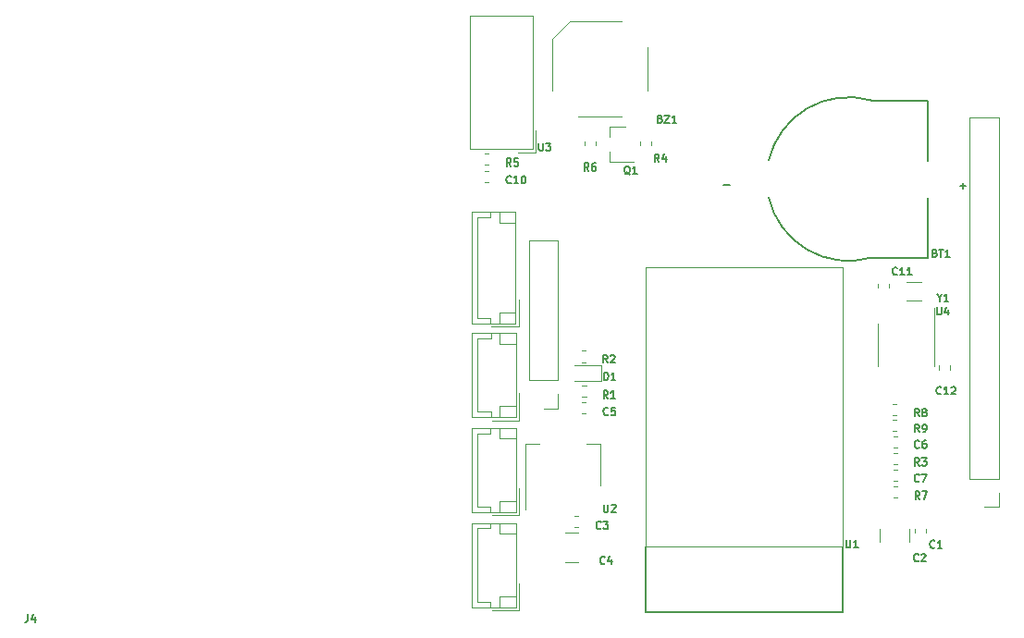
<source format=gbr>
%TF.GenerationSoftware,KiCad,Pcbnew,5.1.6-c6e7f7d~87~ubuntu20.04.1*%
%TF.CreationDate,2021-01-31T19:29:29+07:00*%
%TF.ProjectId,kh-gift-hw,6b682d67-6966-4742-9d68-772e6b696361,rev?*%
%TF.SameCoordinates,Original*%
%TF.FileFunction,Legend,Top*%
%TF.FilePolarity,Positive*%
%FSLAX46Y46*%
G04 Gerber Fmt 4.6, Leading zero omitted, Abs format (unit mm)*
G04 Created by KiCad (PCBNEW 5.1.6-c6e7f7d~87~ubuntu20.04.1) date 2021-01-31 19:29:29*
%MOMM*%
%LPD*%
G01*
G04 APERTURE LIST*
%ADD10C,0.120000*%
%ADD11C,0.150000*%
%ADD12C,0.050000*%
%ADD13C,0.127000*%
G04 APERTURE END LIST*
D10*
%TO.C,J4*%
X118539500Y-160133480D02*
X115879500Y-160133480D01*
X118539500Y-162733480D02*
X117209500Y-162733480D01*
X118539500Y-160133480D02*
X118539500Y-127053480D01*
X118539500Y-127053480D02*
X115879500Y-127053480D01*
X118539500Y-161403480D02*
X118539500Y-162733480D01*
X115879500Y-160133480D02*
X115879500Y-127053480D01*
%TO.C,Y1*%
X110095000Y-143845000D02*
X111445000Y-143845000D01*
X110095000Y-142095000D02*
X111445000Y-142095000D01*
%TO.C,U4*%
X107501740Y-147926920D02*
X107501740Y-149876920D01*
X107501740Y-147926920D02*
X107501740Y-145976920D01*
X112621740Y-147926920D02*
X112621740Y-149876920D01*
X112621740Y-147926920D02*
X112621740Y-144476920D01*
%TO.C,U3*%
X75900000Y-129980000D02*
X70160000Y-129980000D01*
X70150000Y-129980000D02*
X70150000Y-117720000D01*
X70150000Y-117720000D02*
X75910000Y-117720000D01*
X75910000Y-117720000D02*
X75910000Y-129970000D01*
X76190000Y-130260000D02*
X76190000Y-128260000D01*
X76190000Y-130260000D02*
X74580000Y-130260000D01*
%TO.C,U2*%
X82048400Y-156977160D02*
X80788400Y-156977160D01*
X75228400Y-156977160D02*
X76488400Y-156977160D01*
X82048400Y-160737160D02*
X82048400Y-156977160D01*
X75228400Y-162987160D02*
X75228400Y-156977160D01*
D11*
%TO.C,U1*%
X86220300Y-172336460D02*
X104254300Y-172336460D01*
X86220300Y-166367460D02*
X86220300Y-172336460D01*
X104254300Y-166367460D02*
X104254300Y-172336460D01*
D12*
X104237300Y-140782460D02*
X104237300Y-166312460D01*
X104237300Y-166312460D02*
X86237300Y-166312460D01*
X86237300Y-166312460D02*
X86237300Y-140782460D01*
X86237300Y-140782460D02*
X104237300Y-140782460D01*
D10*
%TO.C,SW2*%
X70330000Y-163200000D02*
X74350000Y-163200000D01*
X74350000Y-163200000D02*
X74350000Y-155480000D01*
X74350000Y-155480000D02*
X70330000Y-155480000D01*
X70330000Y-155480000D02*
X70330000Y-163200000D01*
X72040000Y-163200000D02*
X72040000Y-162700000D01*
X72040000Y-162700000D02*
X70830000Y-162700000D01*
X70830000Y-162700000D02*
X70830000Y-155980000D01*
X70830000Y-155980000D02*
X72040000Y-155980000D01*
X72040000Y-155980000D02*
X72040000Y-155480000D01*
X72850000Y-163200000D02*
X72850000Y-162200000D01*
X72850000Y-162200000D02*
X74350000Y-162200000D01*
X72850000Y-155480000D02*
X72850000Y-156480000D01*
X72850000Y-156480000D02*
X74350000Y-156480000D01*
X72150000Y-163500000D02*
X74650000Y-163500000D01*
X74650000Y-163500000D02*
X74650000Y-161000000D01*
%TO.C,SW1*%
X70340000Y-154510000D02*
X74360000Y-154510000D01*
X74360000Y-154510000D02*
X74360000Y-146790000D01*
X74360000Y-146790000D02*
X70340000Y-146790000D01*
X70340000Y-146790000D02*
X70340000Y-154510000D01*
X72050000Y-154510000D02*
X72050000Y-154010000D01*
X72050000Y-154010000D02*
X70840000Y-154010000D01*
X70840000Y-154010000D02*
X70840000Y-147290000D01*
X70840000Y-147290000D02*
X72050000Y-147290000D01*
X72050000Y-147290000D02*
X72050000Y-146790000D01*
X72860000Y-154510000D02*
X72860000Y-153510000D01*
X72860000Y-153510000D02*
X74360000Y-153510000D01*
X72860000Y-146790000D02*
X72860000Y-147790000D01*
X72860000Y-147790000D02*
X74360000Y-147790000D01*
X72160000Y-154810000D02*
X74660000Y-154810000D01*
X74660000Y-154810000D02*
X74660000Y-152310000D01*
%TO.C,R9*%
X109206267Y-155800000D02*
X108863733Y-155800000D01*
X109206267Y-154780000D02*
X108863733Y-154780000D01*
%TO.C,R8*%
X109206267Y-154300000D02*
X108863733Y-154300000D01*
X109206267Y-153280000D02*
X108863733Y-153280000D01*
%TO.C,R7*%
X109226267Y-161880000D02*
X108883733Y-161880000D01*
X109226267Y-160860000D02*
X108883733Y-160860000D01*
%TO.C,R6*%
X81693440Y-129222553D02*
X81693440Y-129565087D01*
X80673440Y-129222553D02*
X80673440Y-129565087D01*
%TO.C,R5*%
X71856267Y-131420000D02*
X71513733Y-131420000D01*
X71856267Y-130400000D02*
X71513733Y-130400000D01*
%TO.C,R4*%
X85682320Y-129617127D02*
X85682320Y-129274593D01*
X86702320Y-129617127D02*
X86702320Y-129274593D01*
%TO.C,R3*%
X109236267Y-158830000D02*
X108893733Y-158830000D01*
X109236267Y-157810000D02*
X108893733Y-157810000D01*
%TO.C,R2*%
X80716267Y-149460000D02*
X80373733Y-149460000D01*
X80716267Y-148440000D02*
X80373733Y-148440000D01*
%TO.C,R1*%
X80766267Y-152630000D02*
X80423733Y-152630000D01*
X80766267Y-151610000D02*
X80423733Y-151610000D01*
%TO.C,Q1*%
X82927880Y-127934600D02*
X82927880Y-128864600D01*
X82927880Y-131094600D02*
X82927880Y-130164600D01*
X82927880Y-131094600D02*
X85087880Y-131094600D01*
X82927880Y-127934600D02*
X84387880Y-127934600D01*
%TO.C,J3*%
X70288840Y-145906640D02*
X74308840Y-145906640D01*
X74308840Y-145906640D02*
X74308840Y-135686640D01*
X74308840Y-135686640D02*
X70288840Y-135686640D01*
X70288840Y-135686640D02*
X70288840Y-145906640D01*
X71998840Y-145906640D02*
X71998840Y-145406640D01*
X71998840Y-145406640D02*
X70788840Y-145406640D01*
X70788840Y-145406640D02*
X70788840Y-136186640D01*
X70788840Y-136186640D02*
X71998840Y-136186640D01*
X71998840Y-136186640D02*
X71998840Y-135686640D01*
X72808840Y-145906640D02*
X72808840Y-144906640D01*
X72808840Y-144906640D02*
X74308840Y-144906640D01*
X72808840Y-135686640D02*
X72808840Y-136686640D01*
X72808840Y-136686640D02*
X74308840Y-136686640D01*
X72108840Y-146206640D02*
X74608840Y-146206640D01*
X74608840Y-146206640D02*
X74608840Y-143706640D01*
%TO.C,J2*%
X78210000Y-138340000D02*
X75550000Y-138340000D01*
X78210000Y-151100000D02*
X78210000Y-138340000D01*
X75550000Y-151100000D02*
X75550000Y-138340000D01*
X78210000Y-151100000D02*
X75550000Y-151100000D01*
X78210000Y-152370000D02*
X78210000Y-153700000D01*
X78210000Y-153700000D02*
X76880000Y-153700000D01*
%TO.C,J1*%
X70310000Y-171910000D02*
X74330000Y-171910000D01*
X74330000Y-171910000D02*
X74330000Y-164190000D01*
X74330000Y-164190000D02*
X70310000Y-164190000D01*
X70310000Y-164190000D02*
X70310000Y-171910000D01*
X72020000Y-171910000D02*
X72020000Y-171410000D01*
X72020000Y-171410000D02*
X70810000Y-171410000D01*
X70810000Y-171410000D02*
X70810000Y-164690000D01*
X70810000Y-164690000D02*
X72020000Y-164690000D01*
X72020000Y-164690000D02*
X72020000Y-164190000D01*
X72830000Y-171910000D02*
X72830000Y-170910000D01*
X72830000Y-170910000D02*
X74330000Y-170910000D01*
X72830000Y-164190000D02*
X72830000Y-165190000D01*
X72830000Y-165190000D02*
X74330000Y-165190000D01*
X72130000Y-172210000D02*
X74630000Y-172210000D01*
X74630000Y-172210000D02*
X74630000Y-169710000D01*
%TO.C,D1*%
X79740000Y-151225000D02*
X82200000Y-151225000D01*
X82200000Y-151225000D02*
X82200000Y-149755000D01*
X82200000Y-149755000D02*
X79740000Y-149755000D01*
%TO.C,C12*%
X114090000Y-149793733D02*
X114090000Y-150136267D01*
X113070000Y-149793733D02*
X113070000Y-150136267D01*
%TO.C,C11*%
X107450000Y-142646267D02*
X107450000Y-142303733D01*
X108470000Y-142646267D02*
X108470000Y-142303733D01*
%TO.C,C10*%
X71836267Y-132970000D02*
X71493733Y-132970000D01*
X71836267Y-131950000D02*
X71493733Y-131950000D01*
%TO.C,C7*%
X108889153Y-159341380D02*
X109231687Y-159341380D01*
X108889153Y-160361380D02*
X109231687Y-160361380D01*
%TO.C,C6*%
X108885513Y-156306160D02*
X109228047Y-156306160D01*
X108885513Y-157326160D02*
X109228047Y-157326160D01*
%TO.C,C5*%
X80419093Y-153154920D02*
X80761627Y-153154920D01*
X80419093Y-154174920D02*
X80761627Y-154174920D01*
%TO.C,C4*%
X80044564Y-167800000D02*
X78840436Y-167800000D01*
X80044564Y-165080000D02*
X78840436Y-165080000D01*
%TO.C,C3*%
X80081267Y-164590000D02*
X79738733Y-164590000D01*
X80081267Y-163570000D02*
X79738733Y-163570000D01*
%TO.C,C2*%
X110350000Y-164735436D02*
X110350000Y-165939564D01*
X107630000Y-164735436D02*
X107630000Y-165939564D01*
%TO.C,C1*%
X111880000Y-164748733D02*
X111880000Y-165091267D01*
X110860000Y-164748733D02*
X110860000Y-165091267D01*
%TO.C,BZ1*%
X84050000Y-118270000D02*
X79300000Y-118270000D01*
X86420000Y-124640000D02*
X86420000Y-120640000D01*
X80050000Y-127010000D02*
X84050000Y-127010000D01*
X77680000Y-119890000D02*
X77680000Y-124640000D01*
X77680000Y-119890000D02*
X79300000Y-118270000D01*
D13*
%TO.C,BT1*%
X106884720Y-125500320D02*
X112084720Y-125500320D01*
X106884720Y-139900320D02*
X112084720Y-139900320D01*
X112084720Y-131000320D02*
X112084720Y-125500320D01*
X112084720Y-134400320D02*
X112084720Y-139900320D01*
X106884721Y-139900320D02*
G75*
G02*
X97484720Y-134400320I-2090348J7210134D01*
G01*
X97484719Y-131000321D02*
G75*
G02*
X106884720Y-125500320I7309654J-1710133D01*
G01*
%TO.C,J4*%
D11*
X29700566Y-172562346D02*
X29700566Y-173062346D01*
X29667233Y-173162346D01*
X29600566Y-173229013D01*
X29500566Y-173262346D01*
X29433900Y-173262346D01*
X30333900Y-172795680D02*
X30333900Y-173262346D01*
X30167233Y-172529013D02*
X30000566Y-173029013D01*
X30433900Y-173029013D01*
%TO.C,Y1*%
X113108146Y-143589853D02*
X113108146Y-143923186D01*
X112874813Y-143223186D02*
X113108146Y-143589853D01*
X113341480Y-143223186D01*
X113941480Y-143923186D02*
X113541480Y-143923186D01*
X113741480Y-143923186D02*
X113741480Y-143223186D01*
X113674813Y-143323186D01*
X113608146Y-143389853D01*
X113541480Y-143423186D01*
%TO.C,U4*%
X112885286Y-144437306D02*
X112885286Y-145003973D01*
X112918620Y-145070640D01*
X112951953Y-145103973D01*
X113018620Y-145137306D01*
X113151953Y-145137306D01*
X113218620Y-145103973D01*
X113251953Y-145070640D01*
X113285286Y-145003973D01*
X113285286Y-144437306D01*
X113918620Y-144670640D02*
X113918620Y-145137306D01*
X113751953Y-144403973D02*
X113585286Y-144903973D01*
X114018620Y-144903973D01*
%TO.C,U3*%
X76438826Y-129392886D02*
X76438826Y-129959553D01*
X76472160Y-130026220D01*
X76505493Y-130059553D01*
X76572160Y-130092886D01*
X76705493Y-130092886D01*
X76772160Y-130059553D01*
X76805493Y-130026220D01*
X76838826Y-129959553D01*
X76838826Y-129392886D01*
X77105493Y-129392886D02*
X77538826Y-129392886D01*
X77305493Y-129659553D01*
X77405493Y-129659553D01*
X77472160Y-129692886D01*
X77505493Y-129726220D01*
X77538826Y-129792886D01*
X77538826Y-129959553D01*
X77505493Y-130026220D01*
X77472160Y-130059553D01*
X77405493Y-130092886D01*
X77205493Y-130092886D01*
X77138826Y-130059553D01*
X77105493Y-130026220D01*
%TO.C,U2*%
X82390046Y-162496706D02*
X82390046Y-163063373D01*
X82423380Y-163130040D01*
X82456713Y-163163373D01*
X82523380Y-163196706D01*
X82656713Y-163196706D01*
X82723380Y-163163373D01*
X82756713Y-163130040D01*
X82790046Y-163063373D01*
X82790046Y-162496706D01*
X83090046Y-162563373D02*
X83123380Y-162530040D01*
X83190046Y-162496706D01*
X83356713Y-162496706D01*
X83423380Y-162530040D01*
X83456713Y-162563373D01*
X83490046Y-162630040D01*
X83490046Y-162696706D01*
X83456713Y-162796706D01*
X83056713Y-163196706D01*
X83490046Y-163196706D01*
%TO.C,U1*%
X104571866Y-165735206D02*
X104571866Y-166301873D01*
X104605200Y-166368540D01*
X104638533Y-166401873D01*
X104705200Y-166435206D01*
X104838533Y-166435206D01*
X104905200Y-166401873D01*
X104938533Y-166368540D01*
X104971866Y-166301873D01*
X104971866Y-165735206D01*
X105671866Y-166435206D02*
X105271866Y-166435206D01*
X105471866Y-166435206D02*
X105471866Y-165735206D01*
X105405200Y-165835206D01*
X105338533Y-165901873D01*
X105271866Y-165935206D01*
%TO.C,R9*%
X111254713Y-155884046D02*
X111021380Y-155550713D01*
X110854713Y-155884046D02*
X110854713Y-155184046D01*
X111121380Y-155184046D01*
X111188046Y-155217380D01*
X111221380Y-155250713D01*
X111254713Y-155317380D01*
X111254713Y-155417380D01*
X111221380Y-155484046D01*
X111188046Y-155517380D01*
X111121380Y-155550713D01*
X110854713Y-155550713D01*
X111588046Y-155884046D02*
X111721380Y-155884046D01*
X111788046Y-155850713D01*
X111821380Y-155817380D01*
X111888046Y-155717380D01*
X111921380Y-155584046D01*
X111921380Y-155317380D01*
X111888046Y-155250713D01*
X111854713Y-155217380D01*
X111788046Y-155184046D01*
X111654713Y-155184046D01*
X111588046Y-155217380D01*
X111554713Y-155250713D01*
X111521380Y-155317380D01*
X111521380Y-155484046D01*
X111554713Y-155550713D01*
X111588046Y-155584046D01*
X111654713Y-155617380D01*
X111788046Y-155617380D01*
X111854713Y-155584046D01*
X111888046Y-155550713D01*
X111921380Y-155484046D01*
%TO.C,R8*%
X111254713Y-154436246D02*
X111021380Y-154102913D01*
X110854713Y-154436246D02*
X110854713Y-153736246D01*
X111121380Y-153736246D01*
X111188046Y-153769580D01*
X111221380Y-153802913D01*
X111254713Y-153869580D01*
X111254713Y-153969580D01*
X111221380Y-154036246D01*
X111188046Y-154069580D01*
X111121380Y-154102913D01*
X110854713Y-154102913D01*
X111654713Y-154036246D02*
X111588046Y-154002913D01*
X111554713Y-153969580D01*
X111521380Y-153902913D01*
X111521380Y-153869580D01*
X111554713Y-153802913D01*
X111588046Y-153769580D01*
X111654713Y-153736246D01*
X111788046Y-153736246D01*
X111854713Y-153769580D01*
X111888046Y-153802913D01*
X111921380Y-153869580D01*
X111921380Y-153902913D01*
X111888046Y-153969580D01*
X111854713Y-154002913D01*
X111788046Y-154036246D01*
X111654713Y-154036246D01*
X111588046Y-154069580D01*
X111554713Y-154102913D01*
X111521380Y-154169580D01*
X111521380Y-154302913D01*
X111554713Y-154369580D01*
X111588046Y-154402913D01*
X111654713Y-154436246D01*
X111788046Y-154436246D01*
X111854713Y-154402913D01*
X111888046Y-154369580D01*
X111921380Y-154302913D01*
X111921380Y-154169580D01*
X111888046Y-154102913D01*
X111854713Y-154069580D01*
X111788046Y-154036246D01*
%TO.C,R7*%
X111305513Y-161997826D02*
X111072180Y-161664493D01*
X110905513Y-161997826D02*
X110905513Y-161297826D01*
X111172180Y-161297826D01*
X111238846Y-161331160D01*
X111272180Y-161364493D01*
X111305513Y-161431160D01*
X111305513Y-161531160D01*
X111272180Y-161597826D01*
X111238846Y-161631160D01*
X111172180Y-161664493D01*
X110905513Y-161664493D01*
X111538846Y-161297826D02*
X112005513Y-161297826D01*
X111705513Y-161997826D01*
%TO.C,R6*%
X81010933Y-131942006D02*
X80777600Y-131608673D01*
X80610933Y-131942006D02*
X80610933Y-131242006D01*
X80877600Y-131242006D01*
X80944266Y-131275340D01*
X80977600Y-131308673D01*
X81010933Y-131375340D01*
X81010933Y-131475340D01*
X80977600Y-131542006D01*
X80944266Y-131575340D01*
X80877600Y-131608673D01*
X80610933Y-131608673D01*
X81610933Y-131242006D02*
X81477600Y-131242006D01*
X81410933Y-131275340D01*
X81377600Y-131308673D01*
X81310933Y-131408673D01*
X81277600Y-131542006D01*
X81277600Y-131808673D01*
X81310933Y-131875340D01*
X81344266Y-131908673D01*
X81410933Y-131942006D01*
X81544266Y-131942006D01*
X81610933Y-131908673D01*
X81644266Y-131875340D01*
X81677600Y-131808673D01*
X81677600Y-131642006D01*
X81644266Y-131575340D01*
X81610933Y-131542006D01*
X81544266Y-131508673D01*
X81410933Y-131508673D01*
X81344266Y-131542006D01*
X81310933Y-131575340D01*
X81277600Y-131642006D01*
%TO.C,R5*%
X73896393Y-131517826D02*
X73663060Y-131184493D01*
X73496393Y-131517826D02*
X73496393Y-130817826D01*
X73763060Y-130817826D01*
X73829726Y-130851160D01*
X73863060Y-130884493D01*
X73896393Y-130951160D01*
X73896393Y-131051160D01*
X73863060Y-131117826D01*
X73829726Y-131151160D01*
X73763060Y-131184493D01*
X73496393Y-131184493D01*
X74529726Y-130817826D02*
X74196393Y-130817826D01*
X74163060Y-131151160D01*
X74196393Y-131117826D01*
X74263060Y-131084493D01*
X74429726Y-131084493D01*
X74496393Y-131117826D01*
X74529726Y-131151160D01*
X74563060Y-131217826D01*
X74563060Y-131384493D01*
X74529726Y-131451160D01*
X74496393Y-131484493D01*
X74429726Y-131517826D01*
X74263060Y-131517826D01*
X74196393Y-131484493D01*
X74163060Y-131451160D01*
%TO.C,R4*%
X87449833Y-131121586D02*
X87216500Y-130788253D01*
X87049833Y-131121586D02*
X87049833Y-130421586D01*
X87316500Y-130421586D01*
X87383166Y-130454920D01*
X87416500Y-130488253D01*
X87449833Y-130554920D01*
X87449833Y-130654920D01*
X87416500Y-130721586D01*
X87383166Y-130754920D01*
X87316500Y-130788253D01*
X87049833Y-130788253D01*
X88049833Y-130654920D02*
X88049833Y-131121586D01*
X87883166Y-130388253D02*
X87716500Y-130888253D01*
X88149833Y-130888253D01*
%TO.C,R3*%
X111257253Y-158959986D02*
X111023920Y-158626653D01*
X110857253Y-158959986D02*
X110857253Y-158259986D01*
X111123920Y-158259986D01*
X111190586Y-158293320D01*
X111223920Y-158326653D01*
X111257253Y-158393320D01*
X111257253Y-158493320D01*
X111223920Y-158559986D01*
X111190586Y-158593320D01*
X111123920Y-158626653D01*
X110857253Y-158626653D01*
X111490586Y-158259986D02*
X111923920Y-158259986D01*
X111690586Y-158526653D01*
X111790586Y-158526653D01*
X111857253Y-158559986D01*
X111890586Y-158593320D01*
X111923920Y-158659986D01*
X111923920Y-158826653D01*
X111890586Y-158893320D01*
X111857253Y-158926653D01*
X111790586Y-158959986D01*
X111590586Y-158959986D01*
X111523920Y-158926653D01*
X111490586Y-158893320D01*
%TO.C,R2*%
X82743213Y-149523886D02*
X82509880Y-149190553D01*
X82343213Y-149523886D02*
X82343213Y-148823886D01*
X82609880Y-148823886D01*
X82676546Y-148857220D01*
X82709880Y-148890553D01*
X82743213Y-148957220D01*
X82743213Y-149057220D01*
X82709880Y-149123886D01*
X82676546Y-149157220D01*
X82609880Y-149190553D01*
X82343213Y-149190553D01*
X83009880Y-148890553D02*
X83043213Y-148857220D01*
X83109880Y-148823886D01*
X83276546Y-148823886D01*
X83343213Y-148857220D01*
X83376546Y-148890553D01*
X83409880Y-148957220D01*
X83409880Y-149023886D01*
X83376546Y-149123886D01*
X82976546Y-149523886D01*
X83409880Y-149523886D01*
%TO.C,R1*%
X82773693Y-152764926D02*
X82540360Y-152431593D01*
X82373693Y-152764926D02*
X82373693Y-152064926D01*
X82640360Y-152064926D01*
X82707026Y-152098260D01*
X82740360Y-152131593D01*
X82773693Y-152198260D01*
X82773693Y-152298260D01*
X82740360Y-152364926D01*
X82707026Y-152398260D01*
X82640360Y-152431593D01*
X82373693Y-152431593D01*
X83440360Y-152764926D02*
X83040360Y-152764926D01*
X83240360Y-152764926D02*
X83240360Y-152064926D01*
X83173693Y-152164926D01*
X83107026Y-152231593D01*
X83040360Y-152264926D01*
%TO.C,Q1*%
X84787113Y-132293153D02*
X84720446Y-132259820D01*
X84653780Y-132193153D01*
X84553780Y-132093153D01*
X84487113Y-132059820D01*
X84420446Y-132059820D01*
X84453780Y-132226486D02*
X84387113Y-132193153D01*
X84320446Y-132126486D01*
X84287113Y-131993153D01*
X84287113Y-131759820D01*
X84320446Y-131626486D01*
X84387113Y-131559820D01*
X84453780Y-131526486D01*
X84587113Y-131526486D01*
X84653780Y-131559820D01*
X84720446Y-131626486D01*
X84753780Y-131759820D01*
X84753780Y-131993153D01*
X84720446Y-132126486D01*
X84653780Y-132193153D01*
X84587113Y-132226486D01*
X84453780Y-132226486D01*
X85420446Y-132226486D02*
X85020446Y-132226486D01*
X85220446Y-132226486D02*
X85220446Y-131526486D01*
X85153780Y-131626486D01*
X85087113Y-131693153D01*
X85020446Y-131726486D01*
%TO.C,D1*%
X82404173Y-151106306D02*
X82404173Y-150406306D01*
X82570840Y-150406306D01*
X82670840Y-150439640D01*
X82737506Y-150506306D01*
X82770840Y-150572973D01*
X82804173Y-150706306D01*
X82804173Y-150806306D01*
X82770840Y-150939640D01*
X82737506Y-151006306D01*
X82670840Y-151072973D01*
X82570840Y-151106306D01*
X82404173Y-151106306D01*
X83470840Y-151106306D02*
X83070840Y-151106306D01*
X83270840Y-151106306D02*
X83270840Y-150406306D01*
X83204173Y-150506306D01*
X83137506Y-150572973D01*
X83070840Y-150606306D01*
%TO.C,C12*%
X113265800Y-152352820D02*
X113232466Y-152386153D01*
X113132466Y-152419486D01*
X113065800Y-152419486D01*
X112965800Y-152386153D01*
X112899133Y-152319486D01*
X112865800Y-152252820D01*
X112832466Y-152119486D01*
X112832466Y-152019486D01*
X112865800Y-151886153D01*
X112899133Y-151819486D01*
X112965800Y-151752820D01*
X113065800Y-151719486D01*
X113132466Y-151719486D01*
X113232466Y-151752820D01*
X113265800Y-151786153D01*
X113932466Y-152419486D02*
X113532466Y-152419486D01*
X113732466Y-152419486D02*
X113732466Y-151719486D01*
X113665800Y-151819486D01*
X113599133Y-151886153D01*
X113532466Y-151919486D01*
X114199133Y-151786153D02*
X114232466Y-151752820D01*
X114299133Y-151719486D01*
X114465800Y-151719486D01*
X114532466Y-151752820D01*
X114565800Y-151786153D01*
X114599133Y-151852820D01*
X114599133Y-151919486D01*
X114565800Y-152019486D01*
X114165800Y-152419486D01*
X114599133Y-152419486D01*
%TO.C,C11*%
X109244980Y-141428280D02*
X109211646Y-141461613D01*
X109111646Y-141494946D01*
X109044980Y-141494946D01*
X108944980Y-141461613D01*
X108878313Y-141394946D01*
X108844980Y-141328280D01*
X108811646Y-141194946D01*
X108811646Y-141094946D01*
X108844980Y-140961613D01*
X108878313Y-140894946D01*
X108944980Y-140828280D01*
X109044980Y-140794946D01*
X109111646Y-140794946D01*
X109211646Y-140828280D01*
X109244980Y-140861613D01*
X109911646Y-141494946D02*
X109511646Y-141494946D01*
X109711646Y-141494946D02*
X109711646Y-140794946D01*
X109644980Y-140894946D01*
X109578313Y-140961613D01*
X109511646Y-140994946D01*
X110578313Y-141494946D02*
X110178313Y-141494946D01*
X110378313Y-141494946D02*
X110378313Y-140794946D01*
X110311646Y-140894946D01*
X110244980Y-140961613D01*
X110178313Y-140994946D01*
%TO.C,C10*%
X73908500Y-133041200D02*
X73875166Y-133074533D01*
X73775166Y-133107866D01*
X73708500Y-133107866D01*
X73608500Y-133074533D01*
X73541833Y-133007866D01*
X73508500Y-132941200D01*
X73475166Y-132807866D01*
X73475166Y-132707866D01*
X73508500Y-132574533D01*
X73541833Y-132507866D01*
X73608500Y-132441200D01*
X73708500Y-132407866D01*
X73775166Y-132407866D01*
X73875166Y-132441200D01*
X73908500Y-132474533D01*
X74575166Y-133107866D02*
X74175166Y-133107866D01*
X74375166Y-133107866D02*
X74375166Y-132407866D01*
X74308500Y-132507866D01*
X74241833Y-132574533D01*
X74175166Y-132607866D01*
X75008500Y-132407866D02*
X75075166Y-132407866D01*
X75141833Y-132441200D01*
X75175166Y-132474533D01*
X75208500Y-132541200D01*
X75241833Y-132674533D01*
X75241833Y-132841200D01*
X75208500Y-132974533D01*
X75175166Y-133041200D01*
X75141833Y-133074533D01*
X75075166Y-133107866D01*
X75008500Y-133107866D01*
X74941833Y-133074533D01*
X74908500Y-133041200D01*
X74875166Y-132974533D01*
X74841833Y-132841200D01*
X74841833Y-132674533D01*
X74875166Y-132541200D01*
X74908500Y-132474533D01*
X74941833Y-132441200D01*
X75008500Y-132407866D01*
%TO.C,C7*%
X111257253Y-160361440D02*
X111223920Y-160394773D01*
X111123920Y-160428106D01*
X111057253Y-160428106D01*
X110957253Y-160394773D01*
X110890586Y-160328106D01*
X110857253Y-160261440D01*
X110823920Y-160128106D01*
X110823920Y-160028106D01*
X110857253Y-159894773D01*
X110890586Y-159828106D01*
X110957253Y-159761440D01*
X111057253Y-159728106D01*
X111123920Y-159728106D01*
X111223920Y-159761440D01*
X111257253Y-159794773D01*
X111490586Y-159728106D02*
X111957253Y-159728106D01*
X111657253Y-160428106D01*
%TO.C,C6*%
X111269953Y-157277880D02*
X111236620Y-157311213D01*
X111136620Y-157344546D01*
X111069953Y-157344546D01*
X110969953Y-157311213D01*
X110903286Y-157244546D01*
X110869953Y-157177880D01*
X110836620Y-157044546D01*
X110836620Y-156944546D01*
X110869953Y-156811213D01*
X110903286Y-156744546D01*
X110969953Y-156677880D01*
X111069953Y-156644546D01*
X111136620Y-156644546D01*
X111236620Y-156677880D01*
X111269953Y-156711213D01*
X111869953Y-156644546D02*
X111736620Y-156644546D01*
X111669953Y-156677880D01*
X111636620Y-156711213D01*
X111569953Y-156811213D01*
X111536620Y-156944546D01*
X111536620Y-157211213D01*
X111569953Y-157277880D01*
X111603286Y-157311213D01*
X111669953Y-157344546D01*
X111803286Y-157344546D01*
X111869953Y-157311213D01*
X111903286Y-157277880D01*
X111936620Y-157211213D01*
X111936620Y-157044546D01*
X111903286Y-156977880D01*
X111869953Y-156944546D01*
X111803286Y-156911213D01*
X111669953Y-156911213D01*
X111603286Y-156944546D01*
X111569953Y-156977880D01*
X111536620Y-157044546D01*
%TO.C,C5*%
X82788933Y-154252740D02*
X82755600Y-154286073D01*
X82655600Y-154319406D01*
X82588933Y-154319406D01*
X82488933Y-154286073D01*
X82422266Y-154219406D01*
X82388933Y-154152740D01*
X82355600Y-154019406D01*
X82355600Y-153919406D01*
X82388933Y-153786073D01*
X82422266Y-153719406D01*
X82488933Y-153652740D01*
X82588933Y-153619406D01*
X82655600Y-153619406D01*
X82755600Y-153652740D01*
X82788933Y-153686073D01*
X83422266Y-153619406D02*
X83088933Y-153619406D01*
X83055600Y-153952740D01*
X83088933Y-153919406D01*
X83155600Y-153886073D01*
X83322266Y-153886073D01*
X83388933Y-153919406D01*
X83422266Y-153952740D01*
X83455600Y-154019406D01*
X83455600Y-154186073D01*
X83422266Y-154252740D01*
X83388933Y-154286073D01*
X83322266Y-154319406D01*
X83155600Y-154319406D01*
X83088933Y-154286073D01*
X83055600Y-154252740D01*
%TO.C,C4*%
X82489213Y-167895080D02*
X82455880Y-167928413D01*
X82355880Y-167961746D01*
X82289213Y-167961746D01*
X82189213Y-167928413D01*
X82122546Y-167861746D01*
X82089213Y-167795080D01*
X82055880Y-167661746D01*
X82055880Y-167561746D01*
X82089213Y-167428413D01*
X82122546Y-167361746D01*
X82189213Y-167295080D01*
X82289213Y-167261746D01*
X82355880Y-167261746D01*
X82455880Y-167295080D01*
X82489213Y-167328413D01*
X83089213Y-167495080D02*
X83089213Y-167961746D01*
X82922546Y-167228413D02*
X82755880Y-167728413D01*
X83189213Y-167728413D01*
%TO.C,C3*%
X82128533Y-164671820D02*
X82095200Y-164705153D01*
X81995200Y-164738486D01*
X81928533Y-164738486D01*
X81828533Y-164705153D01*
X81761866Y-164638486D01*
X81728533Y-164571820D01*
X81695200Y-164438486D01*
X81695200Y-164338486D01*
X81728533Y-164205153D01*
X81761866Y-164138486D01*
X81828533Y-164071820D01*
X81928533Y-164038486D01*
X81995200Y-164038486D01*
X82095200Y-164071820D01*
X82128533Y-164105153D01*
X82361866Y-164038486D02*
X82795200Y-164038486D01*
X82561866Y-164305153D01*
X82661866Y-164305153D01*
X82728533Y-164338486D01*
X82761866Y-164371820D01*
X82795200Y-164438486D01*
X82795200Y-164605153D01*
X82761866Y-164671820D01*
X82728533Y-164705153D01*
X82661866Y-164738486D01*
X82461866Y-164738486D01*
X82395200Y-164705153D01*
X82361866Y-164671820D01*
%TO.C,C2*%
X111198833Y-167641080D02*
X111165500Y-167674413D01*
X111065500Y-167707746D01*
X110998833Y-167707746D01*
X110898833Y-167674413D01*
X110832166Y-167607746D01*
X110798833Y-167541080D01*
X110765500Y-167407746D01*
X110765500Y-167307746D01*
X110798833Y-167174413D01*
X110832166Y-167107746D01*
X110898833Y-167041080D01*
X110998833Y-167007746D01*
X111065500Y-167007746D01*
X111165500Y-167041080D01*
X111198833Y-167074413D01*
X111465500Y-167074413D02*
X111498833Y-167041080D01*
X111565500Y-167007746D01*
X111732166Y-167007746D01*
X111798833Y-167041080D01*
X111832166Y-167074413D01*
X111865500Y-167141080D01*
X111865500Y-167207746D01*
X111832166Y-167307746D01*
X111432166Y-167707746D01*
X111865500Y-167707746D01*
%TO.C,C1*%
X112672033Y-166429500D02*
X112638700Y-166462833D01*
X112538700Y-166496166D01*
X112472033Y-166496166D01*
X112372033Y-166462833D01*
X112305366Y-166396166D01*
X112272033Y-166329500D01*
X112238700Y-166196166D01*
X112238700Y-166096166D01*
X112272033Y-165962833D01*
X112305366Y-165896166D01*
X112372033Y-165829500D01*
X112472033Y-165796166D01*
X112538700Y-165796166D01*
X112638700Y-165829500D01*
X112672033Y-165862833D01*
X113338700Y-166496166D02*
X112938700Y-166496166D01*
X113138700Y-166496166D02*
X113138700Y-165796166D01*
X113072033Y-165896166D01*
X113005366Y-165962833D01*
X112938700Y-165996166D01*
%TO.C,BZ1*%
X87551813Y-127186220D02*
X87651813Y-127219553D01*
X87685146Y-127252886D01*
X87718480Y-127319553D01*
X87718480Y-127419553D01*
X87685146Y-127486220D01*
X87651813Y-127519553D01*
X87585146Y-127552886D01*
X87318480Y-127552886D01*
X87318480Y-126852886D01*
X87551813Y-126852886D01*
X87618480Y-126886220D01*
X87651813Y-126919553D01*
X87685146Y-126986220D01*
X87685146Y-127052886D01*
X87651813Y-127119553D01*
X87618480Y-127152886D01*
X87551813Y-127186220D01*
X87318480Y-127186220D01*
X87951813Y-126852886D02*
X88418480Y-126852886D01*
X87951813Y-127552886D01*
X88418480Y-127552886D01*
X89051813Y-127552886D02*
X88651813Y-127552886D01*
X88851813Y-127552886D02*
X88851813Y-126852886D01*
X88785146Y-126952886D01*
X88718480Y-127019553D01*
X88651813Y-127052886D01*
%TO.C,BT1*%
X112700980Y-139469660D02*
X112800980Y-139502993D01*
X112834313Y-139536326D01*
X112867646Y-139602993D01*
X112867646Y-139702993D01*
X112834313Y-139769660D01*
X112800980Y-139802993D01*
X112734313Y-139836326D01*
X112467646Y-139836326D01*
X112467646Y-139136326D01*
X112700980Y-139136326D01*
X112767646Y-139169660D01*
X112800980Y-139202993D01*
X112834313Y-139269660D01*
X112834313Y-139336326D01*
X112800980Y-139402993D01*
X112767646Y-139436326D01*
X112700980Y-139469660D01*
X112467646Y-139469660D01*
X113067646Y-139136326D02*
X113467646Y-139136326D01*
X113267646Y-139836326D02*
X113267646Y-139136326D01*
X114067646Y-139836326D02*
X113667646Y-139836326D01*
X113867646Y-139836326D02*
X113867646Y-139136326D01*
X113800980Y-139236326D01*
X113734313Y-139302993D01*
X113667646Y-139336326D01*
X93378053Y-133270320D02*
X93911386Y-133270320D01*
X115008053Y-133320320D02*
X115541386Y-133320320D01*
X115274720Y-133586986D02*
X115274720Y-133053653D01*
%TD*%
M02*

</source>
